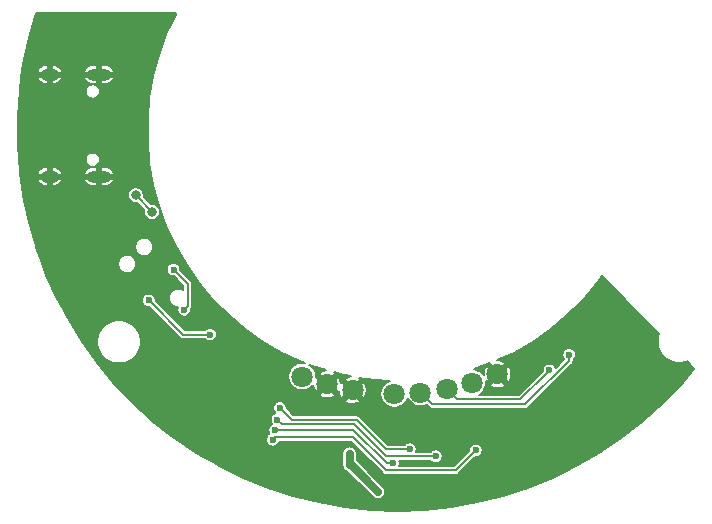
<source format=gtl>
G04 #@! TF.GenerationSoftware,KiCad,Pcbnew,5.1.5+dfsg1-2build2*
G04 #@! TF.CreationDate,2020-08-20T20:04:08+02:00*
G04 #@! TF.ProjectId,lensmount-v1,6c656e73-6d6f-4756-9e74-2d76312e6b69,rev?*
G04 #@! TF.SameCoordinates,Original*
G04 #@! TF.FileFunction,Copper,L1,Top*
G04 #@! TF.FilePolarity,Positive*
%FSLAX46Y46*%
G04 Gerber Fmt 4.6, Leading zero omitted, Abs format (unit mm)*
G04 Created by KiCad (PCBNEW 5.1.5+dfsg1-2build2) date 2020-08-20 20:04:08*
%MOMM*%
%LPD*%
G04 APERTURE LIST*
%ADD10O,2.100000X1.000000*%
%ADD11O,1.600000X1.000000*%
%ADD12C,1.800000*%
%ADD13C,0.600000*%
%ADD14C,0.800000*%
%ADD15C,0.700000*%
%ADD16C,0.200000*%
%ADD17C,0.154000*%
G04 APERTURE END LIST*
D10*
X74685000Y-103920000D03*
X74685000Y-95280000D03*
D11*
X70505000Y-103920000D03*
X70505000Y-95280000D03*
D12*
X101900000Y-122200000D03*
X104125000Y-121875000D03*
X99700000Y-122325000D03*
X106275000Y-121400000D03*
X96175000Y-122000000D03*
X108425000Y-120650000D03*
X94000000Y-121500000D03*
X91900000Y-120850000D03*
D13*
X95900000Y-127400000D03*
X95900000Y-128300000D03*
X97700000Y-130000000D03*
X98300000Y-130600000D03*
X72500000Y-110000000D03*
X72500000Y-111000000D03*
X72500000Y-112000000D03*
X75750000Y-110250000D03*
X75750000Y-114000000D03*
X76500000Y-114750000D03*
X78000000Y-110750000D03*
X78500000Y-108500000D03*
X77750000Y-99000000D03*
X71250000Y-107750000D03*
X70000000Y-109500000D03*
X77750000Y-116250000D03*
X78500000Y-117250000D03*
X80000000Y-116500000D03*
X81250000Y-115750000D03*
X81000000Y-117750000D03*
X80000000Y-119000000D03*
X77250000Y-120000000D03*
X74500000Y-116500000D03*
X83000000Y-124250000D03*
X81250000Y-124250000D03*
X84750000Y-121750000D03*
X86000000Y-119250000D03*
X87250000Y-121750000D03*
X88750000Y-121250000D03*
X90000000Y-122500000D03*
X86250000Y-124250000D03*
X87500000Y-125250000D03*
X88500000Y-126750000D03*
X87500000Y-128000000D03*
X84750000Y-126500000D03*
X90000000Y-128750000D03*
X92000000Y-126750000D03*
X95000000Y-126750000D03*
X95000000Y-128750000D03*
X92750000Y-128750000D03*
X97000000Y-130750000D03*
X94250000Y-131000000D03*
X98250000Y-129250000D03*
X100000000Y-130750000D03*
X99750000Y-129500000D03*
X101750000Y-130750000D03*
X105000000Y-130000000D03*
X107000000Y-128250000D03*
X109500000Y-129250000D03*
X110750000Y-125750000D03*
X113000000Y-127750000D03*
X115250000Y-126500000D03*
X115250000Y-123500000D03*
X111000000Y-121000000D03*
X113250000Y-122250000D03*
X114250000Y-121250000D03*
X115250000Y-120000000D03*
X117500000Y-125750000D03*
X117500000Y-121250000D03*
X117500000Y-118250000D03*
X101000000Y-127000000D03*
X90000000Y-123500000D03*
X84100000Y-117300000D03*
X78900000Y-114400000D03*
X114500000Y-119000000D03*
X112825728Y-120325728D03*
D14*
X79176849Y-106923151D03*
X77800000Y-105500000D03*
D13*
X81000000Y-111800000D03*
X81900000Y-115200000D03*
X103200000Y-127600000D03*
X89800000Y-124500000D03*
X99600000Y-128200000D03*
X89600000Y-125400000D03*
X106600000Y-127100000D03*
X89400000Y-126200000D03*
D15*
X96000000Y-128300000D02*
X97700000Y-130000000D01*
X95900000Y-128300000D02*
X96000000Y-128300000D01*
X98300000Y-130600000D02*
X97700000Y-130000000D01*
X95900000Y-128200000D02*
X98300000Y-130600000D01*
X95900000Y-127400000D02*
X95900000Y-128200000D01*
D16*
X101000000Y-127000000D02*
X99000000Y-127000000D01*
X99000000Y-127000000D02*
X96500000Y-124500000D01*
X96500000Y-124500000D02*
X91000000Y-124500000D01*
X91000000Y-124500000D02*
X90000000Y-123500000D01*
X81800000Y-117300000D02*
X78900000Y-114400000D01*
X84100000Y-117300000D02*
X81800000Y-117300000D01*
X102900000Y-123200000D02*
X101900000Y-122200000D01*
X110800000Y-123200000D02*
X102900000Y-123200000D01*
X114500000Y-119500000D02*
X110800000Y-123200000D01*
X114500000Y-119000000D02*
X114500000Y-119500000D01*
X110376457Y-122774999D02*
X112525729Y-120625727D01*
X104125000Y-121875000D02*
X105024999Y-122774999D01*
X112525729Y-120625727D02*
X112825728Y-120325728D01*
X105024999Y-122774999D02*
X110376457Y-122774999D01*
X79176849Y-106876849D02*
X77800000Y-105500000D01*
X79176849Y-106923151D02*
X79176849Y-106876849D01*
X82199999Y-114900001D02*
X81900000Y-115200000D01*
X82199999Y-112999999D02*
X82199999Y-114900001D01*
X81000000Y-111800000D02*
X82199999Y-112999999D01*
X96300000Y-124900000D02*
X90200000Y-124900000D01*
X99000000Y-127600000D02*
X96300000Y-124900000D01*
X90200000Y-124900000D02*
X89800000Y-124500000D01*
X103200000Y-127600000D02*
X99000000Y-127600000D01*
X99034300Y-128200000D02*
X96234300Y-125400000D01*
X99600000Y-128200000D02*
X99034300Y-128200000D01*
X96234300Y-125400000D02*
X90024264Y-125400000D01*
X90024264Y-125400000D02*
X89600000Y-125400000D01*
X89600000Y-126000000D02*
X89400000Y-126200000D01*
X96200000Y-126000000D02*
X89600000Y-126000000D01*
X99000000Y-128800000D02*
X96200000Y-126000000D01*
X104900000Y-128800000D02*
X99000000Y-128800000D01*
X106600000Y-127100000D02*
X104900000Y-128800000D01*
D17*
G36*
X81175856Y-90200771D02*
G01*
X80393429Y-91878692D01*
X79760219Y-93618422D01*
X79281046Y-95406719D01*
X78959557Y-97229973D01*
X78798199Y-99074309D01*
X78798199Y-100925691D01*
X78959557Y-102770027D01*
X79281046Y-104593281D01*
X79760219Y-106381578D01*
X80393429Y-108121308D01*
X81175856Y-109799229D01*
X82101547Y-111402572D01*
X83163455Y-112919135D01*
X84353500Y-114337375D01*
X85662625Y-115646500D01*
X87080865Y-116836545D01*
X88597428Y-117898453D01*
X90200771Y-118824144D01*
X91878692Y-119606571D01*
X92115770Y-119692860D01*
X92015924Y-119673000D01*
X91784076Y-119673000D01*
X91556682Y-119718231D01*
X91342481Y-119806956D01*
X91149706Y-119935764D01*
X90985764Y-120099706D01*
X90856956Y-120292481D01*
X90768231Y-120506682D01*
X90723000Y-120734076D01*
X90723000Y-120965924D01*
X90768231Y-121193318D01*
X90856956Y-121407519D01*
X90985764Y-121600294D01*
X91149706Y-121764236D01*
X91342481Y-121893044D01*
X91556682Y-121981769D01*
X91784076Y-122027000D01*
X92015924Y-122027000D01*
X92243318Y-121981769D01*
X92457519Y-121893044D01*
X92650294Y-121764236D01*
X92814236Y-121600294D01*
X92823753Y-121586052D01*
X92824135Y-121626934D01*
X92871492Y-121853895D01*
X92951784Y-122047734D01*
X93099908Y-122155434D01*
X93755341Y-121500000D01*
X94244659Y-121500000D01*
X94900092Y-122155434D01*
X94998731Y-122083714D01*
X94999135Y-122126934D01*
X95046492Y-122353895D01*
X95126784Y-122547734D01*
X95274908Y-122655434D01*
X95930341Y-122000000D01*
X96419659Y-122000000D01*
X97075092Y-122655434D01*
X97223216Y-122547734D01*
X97309933Y-122332713D01*
X97353034Y-122104905D01*
X97350865Y-121873066D01*
X97303508Y-121646105D01*
X97223216Y-121452266D01*
X97075092Y-121344566D01*
X96419659Y-122000000D01*
X95930341Y-122000000D01*
X95274908Y-121344566D01*
X95176269Y-121416286D01*
X95175865Y-121373066D01*
X95128508Y-121146105D01*
X95048216Y-120952266D01*
X94900092Y-120844566D01*
X94244659Y-121500000D01*
X93755341Y-121500000D01*
X93099908Y-120844566D01*
X93077000Y-120861222D01*
X93077000Y-120734076D01*
X93031769Y-120506682D01*
X92943044Y-120292481D01*
X92814236Y-120099706D01*
X92650294Y-119935764D01*
X92491347Y-119829559D01*
X93618422Y-120239781D01*
X93931205Y-120323591D01*
X93873066Y-120324135D01*
X93646105Y-120371492D01*
X93452266Y-120451784D01*
X93344566Y-120599908D01*
X94000000Y-121255341D01*
X94655434Y-120599908D01*
X94581151Y-120497744D01*
X95406719Y-120718954D01*
X96027531Y-120828420D01*
X95821105Y-120871492D01*
X95627266Y-120951784D01*
X95519566Y-121099908D01*
X96175000Y-121755341D01*
X96830434Y-121099908D01*
X96722734Y-120951784D01*
X96719293Y-120950396D01*
X97229973Y-121040443D01*
X99074309Y-121201801D01*
X99335992Y-121201801D01*
X99142481Y-121281956D01*
X98949706Y-121410764D01*
X98785764Y-121574706D01*
X98656956Y-121767481D01*
X98568231Y-121981682D01*
X98523000Y-122209076D01*
X98523000Y-122440924D01*
X98568231Y-122668318D01*
X98656956Y-122882519D01*
X98785764Y-123075294D01*
X98949706Y-123239236D01*
X99142481Y-123368044D01*
X99356682Y-123456769D01*
X99584076Y-123502000D01*
X99815924Y-123502000D01*
X100043318Y-123456769D01*
X100257519Y-123368044D01*
X100450294Y-123239236D01*
X100614236Y-123075294D01*
X100743044Y-122882519D01*
X100825888Y-122682515D01*
X100856956Y-122757519D01*
X100985764Y-122950294D01*
X101149706Y-123114236D01*
X101342481Y-123243044D01*
X101556682Y-123331769D01*
X101784076Y-123377000D01*
X102015924Y-123377000D01*
X102243318Y-123331769D01*
X102423837Y-123256996D01*
X102620328Y-123453487D01*
X102632131Y-123467869D01*
X102646513Y-123479672D01*
X102646515Y-123479674D01*
X102689537Y-123514981D01*
X102755030Y-123549988D01*
X102826094Y-123571545D01*
X102900000Y-123578824D01*
X102918519Y-123577000D01*
X110781488Y-123577000D01*
X110800000Y-123578823D01*
X110818512Y-123577000D01*
X110818519Y-123577000D01*
X110873905Y-123571545D01*
X110944970Y-123549988D01*
X111010463Y-123514981D01*
X111067869Y-123467869D01*
X111079677Y-123453481D01*
X114753487Y-119779672D01*
X114767869Y-119767869D01*
X114782610Y-119749908D01*
X114814980Y-119710464D01*
X114827913Y-119686270D01*
X114849988Y-119644970D01*
X114871545Y-119573905D01*
X114877000Y-119518519D01*
X114877000Y-119518510D01*
X114878823Y-119500001D01*
X114877000Y-119481492D01*
X114877000Y-119439001D01*
X114948185Y-119367816D01*
X115011331Y-119273312D01*
X115054826Y-119168305D01*
X115077000Y-119056830D01*
X115077000Y-118943170D01*
X115054826Y-118831695D01*
X115011331Y-118726688D01*
X114948185Y-118632184D01*
X114867816Y-118551815D01*
X114773312Y-118488669D01*
X114668305Y-118445174D01*
X114556830Y-118423000D01*
X114443170Y-118423000D01*
X114331695Y-118445174D01*
X114226688Y-118488669D01*
X114132184Y-118551815D01*
X114051815Y-118632184D01*
X113988669Y-118726688D01*
X113945174Y-118831695D01*
X113923000Y-118943170D01*
X113923000Y-119056830D01*
X113945174Y-119168305D01*
X113988669Y-119273312D01*
X114051815Y-119367816D01*
X114075420Y-119391421D01*
X113359719Y-120107122D01*
X113337059Y-120052416D01*
X113273913Y-119957912D01*
X113193544Y-119877543D01*
X113099040Y-119814397D01*
X112994033Y-119770902D01*
X112882558Y-119748728D01*
X112768898Y-119748728D01*
X112657423Y-119770902D01*
X112552416Y-119814397D01*
X112457912Y-119877543D01*
X112377543Y-119957912D01*
X112314397Y-120052416D01*
X112270902Y-120157423D01*
X112248728Y-120268898D01*
X112248728Y-120369569D01*
X110220299Y-122397999D01*
X106899934Y-122397999D01*
X107025294Y-122314236D01*
X107189236Y-122150294D01*
X107318044Y-121957519D01*
X107406769Y-121743318D01*
X107445203Y-121550092D01*
X107769566Y-121550092D01*
X107877266Y-121698216D01*
X108092287Y-121784933D01*
X108320095Y-121828034D01*
X108551934Y-121825865D01*
X108778895Y-121778508D01*
X108972734Y-121698216D01*
X109080434Y-121550092D01*
X108425000Y-120894659D01*
X107769566Y-121550092D01*
X107445203Y-121550092D01*
X107452000Y-121515924D01*
X107452000Y-121284076D01*
X107444639Y-121247071D01*
X107524908Y-121305434D01*
X108180341Y-120650000D01*
X108669659Y-120650000D01*
X109325092Y-121305434D01*
X109473216Y-121197734D01*
X109559933Y-120982713D01*
X109603034Y-120754905D01*
X109600865Y-120523066D01*
X109553508Y-120296105D01*
X109473216Y-120102266D01*
X109325092Y-119994566D01*
X108669659Y-120650000D01*
X108180341Y-120650000D01*
X107524908Y-119994566D01*
X107376784Y-120102266D01*
X107290067Y-120317287D01*
X107246966Y-120545095D01*
X107248778Y-120738818D01*
X107189236Y-120649706D01*
X107025294Y-120485764D01*
X106832519Y-120356956D01*
X106618318Y-120268231D01*
X106414693Y-120227728D01*
X107784707Y-119729084D01*
X107769566Y-119749908D01*
X108425000Y-120405341D01*
X109080434Y-119749908D01*
X108972734Y-119601784D01*
X108757713Y-119515067D01*
X108529905Y-119471966D01*
X108407514Y-119473111D01*
X109799229Y-118824144D01*
X111402572Y-117898453D01*
X112919135Y-116836545D01*
X114337375Y-115646500D01*
X115646500Y-114337375D01*
X116836545Y-112919135D01*
X117237548Y-112346442D01*
X122102115Y-117211009D01*
X122059297Y-117314380D01*
X121988730Y-117669143D01*
X121988730Y-118030857D01*
X122059297Y-118385620D01*
X122197719Y-118719800D01*
X122398676Y-119020554D01*
X122654446Y-119276324D01*
X122955200Y-119477281D01*
X123289380Y-119615703D01*
X123644143Y-119686270D01*
X124005857Y-119686270D01*
X124360620Y-119615703D01*
X124463991Y-119572885D01*
X125072064Y-120180958D01*
X123927777Y-121544667D01*
X122366610Y-123161303D01*
X120696475Y-124665099D01*
X118925510Y-126048729D01*
X117062340Y-127305453D01*
X115116045Y-128429147D01*
X113096106Y-129414337D01*
X111012365Y-130256223D01*
X108874972Y-130950704D01*
X106694341Y-131494396D01*
X104481096Y-131884651D01*
X102246019Y-132119567D01*
X100000000Y-132198000D01*
X97753981Y-132119567D01*
X95518904Y-131884651D01*
X93305659Y-131494396D01*
X91125028Y-130950704D01*
X88987635Y-130256223D01*
X86903894Y-129414337D01*
X84883955Y-128429147D01*
X84487061Y-128200000D01*
X95269967Y-128200000D01*
X95273000Y-128230794D01*
X95274892Y-128250000D01*
X95269967Y-128300000D01*
X95282073Y-128422913D01*
X95317925Y-128541103D01*
X95376147Y-128650028D01*
X95454499Y-128745501D01*
X95549972Y-128823853D01*
X95658897Y-128882075D01*
X95711242Y-128897954D01*
X97278418Y-130465130D01*
X97278423Y-130465134D01*
X97878418Y-131065130D01*
X97910672Y-131091599D01*
X97949972Y-131123853D01*
X98058896Y-131182075D01*
X98177087Y-131217927D01*
X98299999Y-131230033D01*
X98300000Y-131230033D01*
X98422913Y-131217927D01*
X98541103Y-131182075D01*
X98650028Y-131123853D01*
X98745500Y-131045500D01*
X98823853Y-130950028D01*
X98882075Y-130841103D01*
X98917927Y-130722913D01*
X98930033Y-130600000D01*
X98928268Y-130582074D01*
X98917927Y-130477087D01*
X98908345Y-130445500D01*
X98882075Y-130358896D01*
X98823853Y-130249972D01*
X98791599Y-130210672D01*
X98765130Y-130178418D01*
X98165134Y-129578423D01*
X98165130Y-129578418D01*
X96527000Y-127940289D01*
X96527000Y-127369206D01*
X96517927Y-127277087D01*
X96482075Y-127158897D01*
X96423853Y-127049972D01*
X96345501Y-126954499D01*
X96250027Y-126876147D01*
X96141102Y-126817925D01*
X96022912Y-126782073D01*
X95900000Y-126769967D01*
X95777087Y-126782073D01*
X95658897Y-126817925D01*
X95549972Y-126876147D01*
X95454499Y-126954499D01*
X95376147Y-127049973D01*
X95317925Y-127158898D01*
X95282073Y-127277088D01*
X95273000Y-127369207D01*
X95273000Y-128169206D01*
X95269967Y-128200000D01*
X84487061Y-128200000D01*
X82937660Y-127305453D01*
X81214505Y-126143170D01*
X88823000Y-126143170D01*
X88823000Y-126256830D01*
X88845174Y-126368305D01*
X88888669Y-126473312D01*
X88951815Y-126567816D01*
X89032184Y-126648185D01*
X89126688Y-126711331D01*
X89231695Y-126754826D01*
X89343170Y-126777000D01*
X89456830Y-126777000D01*
X89568305Y-126754826D01*
X89673312Y-126711331D01*
X89767816Y-126648185D01*
X89848185Y-126567816D01*
X89911331Y-126473312D01*
X89951224Y-126377000D01*
X96043842Y-126377000D01*
X98720328Y-129053487D01*
X98732131Y-129067869D01*
X98789537Y-129114981D01*
X98855030Y-129149988D01*
X98926094Y-129171545D01*
X98933054Y-129172230D01*
X98981481Y-129177000D01*
X98981488Y-129177000D01*
X99000000Y-129178823D01*
X99018512Y-129177000D01*
X104881488Y-129177000D01*
X104900000Y-129178823D01*
X104918512Y-129177000D01*
X104918519Y-129177000D01*
X104973905Y-129171545D01*
X105044970Y-129149988D01*
X105110463Y-129114981D01*
X105167869Y-129067869D01*
X105179677Y-129053481D01*
X106556159Y-127677000D01*
X106656830Y-127677000D01*
X106768305Y-127654826D01*
X106873312Y-127611331D01*
X106967816Y-127548185D01*
X107048185Y-127467816D01*
X107111331Y-127373312D01*
X107154826Y-127268305D01*
X107177000Y-127156830D01*
X107177000Y-127043170D01*
X107154826Y-126931695D01*
X107111331Y-126826688D01*
X107048185Y-126732184D01*
X106967816Y-126651815D01*
X106873312Y-126588669D01*
X106768305Y-126545174D01*
X106656830Y-126523000D01*
X106543170Y-126523000D01*
X106431695Y-126545174D01*
X106326688Y-126588669D01*
X106232184Y-126651815D01*
X106151815Y-126732184D01*
X106088669Y-126826688D01*
X106045174Y-126931695D01*
X106023000Y-127043170D01*
X106023000Y-127143841D01*
X104743842Y-128423000D01*
X100132171Y-128423000D01*
X100154826Y-128368305D01*
X100177000Y-128256830D01*
X100177000Y-128143170D01*
X100154826Y-128031695D01*
X100132171Y-127977000D01*
X102760999Y-127977000D01*
X102832184Y-128048185D01*
X102926688Y-128111331D01*
X103031695Y-128154826D01*
X103143170Y-128177000D01*
X103256830Y-128177000D01*
X103368305Y-128154826D01*
X103473312Y-128111331D01*
X103567816Y-128048185D01*
X103648185Y-127967816D01*
X103711331Y-127873312D01*
X103754826Y-127768305D01*
X103777000Y-127656830D01*
X103777000Y-127543170D01*
X103754826Y-127431695D01*
X103711331Y-127326688D01*
X103648185Y-127232184D01*
X103567816Y-127151815D01*
X103473312Y-127088669D01*
X103368305Y-127045174D01*
X103256830Y-127023000D01*
X103143170Y-127023000D01*
X103031695Y-127045174D01*
X102926688Y-127088669D01*
X102832184Y-127151815D01*
X102760999Y-127223000D01*
X101532171Y-127223000D01*
X101554826Y-127168305D01*
X101577000Y-127056830D01*
X101577000Y-126943170D01*
X101554826Y-126831695D01*
X101511331Y-126726688D01*
X101448185Y-126632184D01*
X101367816Y-126551815D01*
X101273312Y-126488669D01*
X101168305Y-126445174D01*
X101056830Y-126423000D01*
X100943170Y-126423000D01*
X100831695Y-126445174D01*
X100726688Y-126488669D01*
X100632184Y-126551815D01*
X100560999Y-126623000D01*
X99156159Y-126623000D01*
X96779677Y-124246519D01*
X96767869Y-124232131D01*
X96710463Y-124185019D01*
X96644970Y-124150012D01*
X96573905Y-124128455D01*
X96518519Y-124123000D01*
X96518512Y-124123000D01*
X96500000Y-124121177D01*
X96481488Y-124123000D01*
X91156159Y-124123000D01*
X90577000Y-123543842D01*
X90577000Y-123443170D01*
X90554826Y-123331695D01*
X90511331Y-123226688D01*
X90448185Y-123132184D01*
X90367816Y-123051815D01*
X90273312Y-122988669D01*
X90168305Y-122945174D01*
X90056830Y-122923000D01*
X89943170Y-122923000D01*
X89831695Y-122945174D01*
X89726688Y-122988669D01*
X89632184Y-123051815D01*
X89551815Y-123132184D01*
X89488669Y-123226688D01*
X89445174Y-123331695D01*
X89423000Y-123443170D01*
X89423000Y-123556830D01*
X89445174Y-123668305D01*
X89488669Y-123773312D01*
X89551815Y-123867816D01*
X89629912Y-123945913D01*
X89526688Y-123988669D01*
X89432184Y-124051815D01*
X89351815Y-124132184D01*
X89288669Y-124226688D01*
X89245174Y-124331695D01*
X89223000Y-124443170D01*
X89223000Y-124556830D01*
X89245174Y-124668305D01*
X89288669Y-124773312D01*
X89351815Y-124867816D01*
X89359201Y-124875202D01*
X89326688Y-124888669D01*
X89232184Y-124951815D01*
X89151815Y-125032184D01*
X89088669Y-125126688D01*
X89045174Y-125231695D01*
X89023000Y-125343170D01*
X89023000Y-125456830D01*
X89045174Y-125568305D01*
X89088669Y-125673312D01*
X89107498Y-125701491D01*
X89032184Y-125751815D01*
X88951815Y-125832184D01*
X88888669Y-125926688D01*
X88845174Y-126031695D01*
X88823000Y-126143170D01*
X81214505Y-126143170D01*
X81074490Y-126048729D01*
X79303525Y-124665099D01*
X77633390Y-123161303D01*
X77381142Y-122900092D01*
X95519566Y-122900092D01*
X95627266Y-123048216D01*
X95842287Y-123134933D01*
X96070095Y-123178034D01*
X96301934Y-123175865D01*
X96528895Y-123128508D01*
X96722734Y-123048216D01*
X96830434Y-122900092D01*
X96175000Y-122244659D01*
X95519566Y-122900092D01*
X77381142Y-122900092D01*
X76898298Y-122400092D01*
X93344566Y-122400092D01*
X93452266Y-122548216D01*
X93667287Y-122634933D01*
X93895095Y-122678034D01*
X94126934Y-122675865D01*
X94353895Y-122628508D01*
X94547734Y-122548216D01*
X94655434Y-122400092D01*
X94000000Y-121744659D01*
X93344566Y-122400092D01*
X76898298Y-122400092D01*
X76072223Y-121544667D01*
X74627630Y-119823068D01*
X73306648Y-118004893D01*
X73128092Y-117719143D01*
X74563730Y-117719143D01*
X74563730Y-118080857D01*
X74634297Y-118435620D01*
X74772719Y-118769800D01*
X74973676Y-119070554D01*
X75229446Y-119326324D01*
X75530200Y-119527281D01*
X75864380Y-119665703D01*
X76219143Y-119736270D01*
X76580857Y-119736270D01*
X76935620Y-119665703D01*
X77269800Y-119527281D01*
X77570554Y-119326324D01*
X77826324Y-119070554D01*
X78027281Y-118769800D01*
X78165703Y-118435620D01*
X78236270Y-118080857D01*
X78236270Y-117719143D01*
X78165703Y-117364380D01*
X78027281Y-117030200D01*
X77826324Y-116729446D01*
X77570554Y-116473676D01*
X77269800Y-116272719D01*
X76935620Y-116134297D01*
X76580857Y-116063730D01*
X76219143Y-116063730D01*
X75864380Y-116134297D01*
X75530200Y-116272719D01*
X75229446Y-116473676D01*
X74973676Y-116729446D01*
X74772719Y-117030200D01*
X74634297Y-117364380D01*
X74563730Y-117719143D01*
X73128092Y-117719143D01*
X72115714Y-116099000D01*
X71182123Y-114343170D01*
X78323000Y-114343170D01*
X78323000Y-114456830D01*
X78345174Y-114568305D01*
X78388669Y-114673312D01*
X78451815Y-114767816D01*
X78532184Y-114848185D01*
X78626688Y-114911331D01*
X78731695Y-114954826D01*
X78843170Y-114977000D01*
X78943842Y-114977000D01*
X81520323Y-117553481D01*
X81532131Y-117567869D01*
X81589537Y-117614981D01*
X81655030Y-117649988D01*
X81726095Y-117671545D01*
X81781481Y-117677000D01*
X81781490Y-117677000D01*
X81799999Y-117678823D01*
X81818508Y-117677000D01*
X83660999Y-117677000D01*
X83732184Y-117748185D01*
X83826688Y-117811331D01*
X83931695Y-117854826D01*
X84043170Y-117877000D01*
X84156830Y-117877000D01*
X84268305Y-117854826D01*
X84373312Y-117811331D01*
X84467816Y-117748185D01*
X84548185Y-117667816D01*
X84611331Y-117573312D01*
X84654826Y-117468305D01*
X84677000Y-117356830D01*
X84677000Y-117243170D01*
X84654826Y-117131695D01*
X84611331Y-117026688D01*
X84548185Y-116932184D01*
X84467816Y-116851815D01*
X84373312Y-116788669D01*
X84268305Y-116745174D01*
X84156830Y-116723000D01*
X84043170Y-116723000D01*
X83931695Y-116745174D01*
X83826688Y-116788669D01*
X83732184Y-116851815D01*
X83660999Y-116923000D01*
X81956158Y-116923000D01*
X79477000Y-114443842D01*
X79477000Y-114343170D01*
X79454826Y-114231695D01*
X79411331Y-114126688D01*
X79348185Y-114032184D01*
X79267816Y-113951815D01*
X79173312Y-113888669D01*
X79068305Y-113845174D01*
X78956830Y-113823000D01*
X78843170Y-113823000D01*
X78731695Y-113845174D01*
X78626688Y-113888669D01*
X78532184Y-113951815D01*
X78451815Y-114032184D01*
X78388669Y-114126688D01*
X78345174Y-114231695D01*
X78323000Y-114343170D01*
X71182123Y-114343170D01*
X71060629Y-114114674D01*
X70146534Y-112061583D01*
X69849888Y-111246554D01*
X76315768Y-111246554D01*
X76315768Y-111398184D01*
X76345349Y-111546900D01*
X76403375Y-111686987D01*
X76487616Y-111813063D01*
X76594834Y-111920281D01*
X76720910Y-112004522D01*
X76860997Y-112062548D01*
X77009713Y-112092129D01*
X77161343Y-112092129D01*
X77310059Y-112062548D01*
X77450146Y-112004522D01*
X77576222Y-111920281D01*
X77683440Y-111813063D01*
X77730140Y-111743170D01*
X80423000Y-111743170D01*
X80423000Y-111856830D01*
X80445174Y-111968305D01*
X80488669Y-112073312D01*
X80551815Y-112167816D01*
X80632184Y-112248185D01*
X80726688Y-112311331D01*
X80831695Y-112354826D01*
X80943170Y-112377000D01*
X81043842Y-112377000D01*
X81822999Y-113156158D01*
X81822999Y-113554019D01*
X81761271Y-113512773D01*
X81620952Y-113454651D01*
X81471991Y-113425021D01*
X81320111Y-113425021D01*
X81171150Y-113454651D01*
X81030831Y-113512773D01*
X80904548Y-113597153D01*
X80797153Y-113704548D01*
X80712773Y-113830831D01*
X80654651Y-113971150D01*
X80625021Y-114120111D01*
X80625021Y-114271991D01*
X80654651Y-114420952D01*
X80712773Y-114561271D01*
X80797153Y-114687554D01*
X80904548Y-114794949D01*
X81030831Y-114879329D01*
X81171150Y-114937451D01*
X81320111Y-114967081D01*
X81371938Y-114967081D01*
X81345174Y-115031695D01*
X81323000Y-115143170D01*
X81323000Y-115256830D01*
X81345174Y-115368305D01*
X81388669Y-115473312D01*
X81451815Y-115567816D01*
X81532184Y-115648185D01*
X81626688Y-115711331D01*
X81731695Y-115754826D01*
X81843170Y-115777000D01*
X81956830Y-115777000D01*
X82068305Y-115754826D01*
X82173312Y-115711331D01*
X82267816Y-115648185D01*
X82348185Y-115567816D01*
X82411331Y-115473312D01*
X82454826Y-115368305D01*
X82477000Y-115256830D01*
X82477000Y-115156743D01*
X82514980Y-115110464D01*
X82549987Y-115044971D01*
X82554014Y-115031695D01*
X82571544Y-114973907D01*
X82578823Y-114900001D01*
X82576999Y-114881482D01*
X82576999Y-113018518D01*
X82578823Y-112999999D01*
X82571544Y-112926093D01*
X82549987Y-112855029D01*
X82514980Y-112789536D01*
X82467868Y-112732130D01*
X82453487Y-112720328D01*
X81577000Y-111843842D01*
X81577000Y-111743170D01*
X81554826Y-111631695D01*
X81511331Y-111526688D01*
X81448185Y-111432184D01*
X81367816Y-111351815D01*
X81273312Y-111288669D01*
X81168305Y-111245174D01*
X81056830Y-111223000D01*
X80943170Y-111223000D01*
X80831695Y-111245174D01*
X80726688Y-111288669D01*
X80632184Y-111351815D01*
X80551815Y-111432184D01*
X80488669Y-111526688D01*
X80445174Y-111631695D01*
X80423000Y-111743170D01*
X77730140Y-111743170D01*
X77767681Y-111686987D01*
X77825707Y-111546900D01*
X77855288Y-111398184D01*
X77855288Y-111246554D01*
X77825707Y-111097838D01*
X77767681Y-110957751D01*
X77683440Y-110831675D01*
X77576222Y-110724457D01*
X77450146Y-110640216D01*
X77310059Y-110582190D01*
X77161343Y-110552609D01*
X77009713Y-110552609D01*
X76860997Y-110582190D01*
X76720910Y-110640216D01*
X76594834Y-110724457D01*
X76487616Y-110831675D01*
X76403375Y-110957751D01*
X76345349Y-111097838D01*
X76315768Y-111246554D01*
X69849888Y-111246554D01*
X69377882Y-109949729D01*
X69337734Y-109809713D01*
X77752609Y-109809713D01*
X77752609Y-109961343D01*
X77782190Y-110110059D01*
X77840216Y-110250146D01*
X77924457Y-110376222D01*
X78031675Y-110483440D01*
X78157751Y-110567681D01*
X78297838Y-110625707D01*
X78446554Y-110655288D01*
X78598184Y-110655288D01*
X78746900Y-110625707D01*
X78886987Y-110567681D01*
X79013063Y-110483440D01*
X79120281Y-110376222D01*
X79204522Y-110250146D01*
X79262548Y-110110059D01*
X79292129Y-109961343D01*
X79292129Y-109809713D01*
X79262548Y-109660997D01*
X79204522Y-109520910D01*
X79120281Y-109394834D01*
X79013063Y-109287616D01*
X78886987Y-109203375D01*
X78746900Y-109145349D01*
X78598184Y-109115768D01*
X78446554Y-109115768D01*
X78297838Y-109145349D01*
X78157751Y-109203375D01*
X78031675Y-109287616D01*
X77924457Y-109394834D01*
X77840216Y-109520910D01*
X77782190Y-109660997D01*
X77752609Y-109809713D01*
X69337734Y-109809713D01*
X68758418Y-107789401D01*
X68291160Y-105591124D01*
X68268983Y-105433321D01*
X77123000Y-105433321D01*
X77123000Y-105566679D01*
X77149016Y-105697474D01*
X77200050Y-105820680D01*
X77274140Y-105931563D01*
X77368437Y-106025860D01*
X77479320Y-106099950D01*
X77602526Y-106150984D01*
X77733321Y-106177000D01*
X77866679Y-106177000D01*
X77931040Y-106164198D01*
X78520333Y-106753491D01*
X78499849Y-106856472D01*
X78499849Y-106989830D01*
X78525865Y-107120625D01*
X78576899Y-107243831D01*
X78650989Y-107354714D01*
X78745286Y-107449011D01*
X78856169Y-107523101D01*
X78979375Y-107574135D01*
X79110170Y-107600151D01*
X79243528Y-107600151D01*
X79374323Y-107574135D01*
X79497529Y-107523101D01*
X79608412Y-107449011D01*
X79702709Y-107354714D01*
X79776799Y-107243831D01*
X79827833Y-107120625D01*
X79853849Y-106989830D01*
X79853849Y-106856472D01*
X79827833Y-106725677D01*
X79776799Y-106602471D01*
X79702709Y-106491588D01*
X79608412Y-106397291D01*
X79497529Y-106323201D01*
X79374323Y-106272167D01*
X79243528Y-106246151D01*
X79110170Y-106246151D01*
X79084430Y-106251271D01*
X78464198Y-105631040D01*
X78477000Y-105566679D01*
X78477000Y-105433321D01*
X78450984Y-105302526D01*
X78399950Y-105179320D01*
X78325860Y-105068437D01*
X78231563Y-104974140D01*
X78120680Y-104900050D01*
X77997474Y-104849016D01*
X77866679Y-104823000D01*
X77733321Y-104823000D01*
X77602526Y-104849016D01*
X77479320Y-104900050D01*
X77368437Y-104974140D01*
X77274140Y-105068437D01*
X77200050Y-105179320D01*
X77149016Y-105302526D01*
X77123000Y-105433321D01*
X68268983Y-105433321D01*
X68096968Y-104209369D01*
X69483893Y-104209369D01*
X69539825Y-104366495D01*
X69639713Y-104487685D01*
X69761325Y-104587059D01*
X69899987Y-104660798D01*
X70050370Y-104706069D01*
X70206696Y-104721132D01*
X70332000Y-104641753D01*
X70332000Y-104093000D01*
X70678000Y-104093000D01*
X70678000Y-104641753D01*
X70803304Y-104721132D01*
X70959630Y-104706069D01*
X71110013Y-104660798D01*
X71248675Y-104587059D01*
X71370287Y-104487685D01*
X71470175Y-104366495D01*
X71526107Y-104209369D01*
X73413893Y-104209369D01*
X73463249Y-104347093D01*
X73559478Y-104469939D01*
X73677824Y-104571651D01*
X73813739Y-104648320D01*
X73962000Y-104697000D01*
X74512000Y-104697000D01*
X74512000Y-104093000D01*
X74858000Y-104093000D01*
X74858000Y-104697000D01*
X75408000Y-104697000D01*
X75556261Y-104648320D01*
X75692176Y-104571651D01*
X75810522Y-104469939D01*
X75906751Y-104347093D01*
X75956107Y-104209369D01*
X75921281Y-104093000D01*
X74858000Y-104093000D01*
X74512000Y-104093000D01*
X73448719Y-104093000D01*
X73413893Y-104209369D01*
X71526107Y-104209369D01*
X71491281Y-104093000D01*
X70678000Y-104093000D01*
X70332000Y-104093000D01*
X69518719Y-104093000D01*
X69483893Y-104209369D01*
X68096968Y-104209369D01*
X68015632Y-103630631D01*
X69483893Y-103630631D01*
X69518719Y-103747000D01*
X70332000Y-103747000D01*
X70332000Y-103198247D01*
X70678000Y-103198247D01*
X70678000Y-103747000D01*
X71491281Y-103747000D01*
X71526107Y-103630631D01*
X73413893Y-103630631D01*
X73448719Y-103747000D01*
X74512000Y-103747000D01*
X74512000Y-103143000D01*
X74858000Y-103143000D01*
X74858000Y-103747000D01*
X75921281Y-103747000D01*
X75956107Y-103630631D01*
X75906751Y-103492907D01*
X75810522Y-103370061D01*
X75692176Y-103268349D01*
X75556261Y-103191680D01*
X75408000Y-103143000D01*
X74858000Y-103143000D01*
X74512000Y-103143000D01*
X73962000Y-103143000D01*
X73813739Y-103191680D01*
X73677824Y-103268349D01*
X73559478Y-103370061D01*
X73463249Y-103492907D01*
X73413893Y-103630631D01*
X71526107Y-103630631D01*
X71470175Y-103473505D01*
X71370287Y-103352315D01*
X71248675Y-103252941D01*
X71110013Y-103179202D01*
X70959630Y-103133931D01*
X70803304Y-103118868D01*
X70678000Y-103198247D01*
X70332000Y-103198247D01*
X70206696Y-103118868D01*
X70050370Y-103133931D01*
X69899987Y-103179202D01*
X69761325Y-103252941D01*
X69639713Y-103352315D01*
X69539825Y-103473505D01*
X69483893Y-103630631D01*
X68015632Y-103630631D01*
X67978384Y-103365607D01*
X67913010Y-102430708D01*
X73553000Y-102430708D01*
X73553000Y-102549292D01*
X73576134Y-102665597D01*
X73621514Y-102775154D01*
X73687396Y-102873753D01*
X73771247Y-102957604D01*
X73869846Y-103023486D01*
X73979403Y-103068866D01*
X74095708Y-103092000D01*
X74214292Y-103092000D01*
X74330597Y-103068866D01*
X74440154Y-103023486D01*
X74538753Y-102957604D01*
X74622604Y-102873753D01*
X74688486Y-102775154D01*
X74733866Y-102665597D01*
X74757000Y-102549292D01*
X74757000Y-102430708D01*
X74733866Y-102314403D01*
X74688486Y-102204846D01*
X74622604Y-102106247D01*
X74538753Y-102022396D01*
X74440154Y-101956514D01*
X74330597Y-101911134D01*
X74214292Y-101888000D01*
X74095708Y-101888000D01*
X73979403Y-101911134D01*
X73869846Y-101956514D01*
X73771247Y-102022396D01*
X73687396Y-102106247D01*
X73621514Y-102204846D01*
X73576134Y-102314403D01*
X73553000Y-102430708D01*
X67913010Y-102430708D01*
X67821614Y-101123694D01*
X67821614Y-98876306D01*
X67977243Y-96650708D01*
X73553000Y-96650708D01*
X73553000Y-96769292D01*
X73576134Y-96885597D01*
X73621514Y-96995154D01*
X73687396Y-97093753D01*
X73771247Y-97177604D01*
X73869846Y-97243486D01*
X73979403Y-97288866D01*
X74095708Y-97312000D01*
X74214292Y-97312000D01*
X74330597Y-97288866D01*
X74440154Y-97243486D01*
X74538753Y-97177604D01*
X74622604Y-97093753D01*
X74688486Y-96995154D01*
X74733866Y-96885597D01*
X74757000Y-96769292D01*
X74757000Y-96650708D01*
X74733866Y-96534403D01*
X74688486Y-96424846D01*
X74622604Y-96326247D01*
X74538753Y-96242396D01*
X74440154Y-96176514D01*
X74330597Y-96131134D01*
X74214292Y-96108000D01*
X74095708Y-96108000D01*
X73979403Y-96131134D01*
X73869846Y-96176514D01*
X73771247Y-96242396D01*
X73687396Y-96326247D01*
X73621514Y-96424846D01*
X73576134Y-96534403D01*
X73553000Y-96650708D01*
X67977243Y-96650708D01*
X67978384Y-96634393D01*
X68128063Y-95569369D01*
X69483893Y-95569369D01*
X69539825Y-95726495D01*
X69639713Y-95847685D01*
X69761325Y-95947059D01*
X69899987Y-96020798D01*
X70050370Y-96066069D01*
X70206696Y-96081132D01*
X70332000Y-96001753D01*
X70332000Y-95453000D01*
X70678000Y-95453000D01*
X70678000Y-96001753D01*
X70803304Y-96081132D01*
X70959630Y-96066069D01*
X71110013Y-96020798D01*
X71248675Y-95947059D01*
X71370287Y-95847685D01*
X71470175Y-95726495D01*
X71526107Y-95569369D01*
X73413893Y-95569369D01*
X73463249Y-95707093D01*
X73559478Y-95829939D01*
X73677824Y-95931651D01*
X73813739Y-96008320D01*
X73962000Y-96057000D01*
X74512000Y-96057000D01*
X74512000Y-95453000D01*
X74858000Y-95453000D01*
X74858000Y-96057000D01*
X75408000Y-96057000D01*
X75556261Y-96008320D01*
X75692176Y-95931651D01*
X75810522Y-95829939D01*
X75906751Y-95707093D01*
X75956107Y-95569369D01*
X75921281Y-95453000D01*
X74858000Y-95453000D01*
X74512000Y-95453000D01*
X73448719Y-95453000D01*
X73413893Y-95569369D01*
X71526107Y-95569369D01*
X71491281Y-95453000D01*
X70678000Y-95453000D01*
X70332000Y-95453000D01*
X69518719Y-95453000D01*
X69483893Y-95569369D01*
X68128063Y-95569369D01*
X68209399Y-94990631D01*
X69483893Y-94990631D01*
X69518719Y-95107000D01*
X70332000Y-95107000D01*
X70332000Y-94558247D01*
X70678000Y-94558247D01*
X70678000Y-95107000D01*
X71491281Y-95107000D01*
X71526107Y-94990631D01*
X73413893Y-94990631D01*
X73448719Y-95107000D01*
X74512000Y-95107000D01*
X74512000Y-94503000D01*
X74858000Y-94503000D01*
X74858000Y-95107000D01*
X75921281Y-95107000D01*
X75956107Y-94990631D01*
X75906751Y-94852907D01*
X75810522Y-94730061D01*
X75692176Y-94628349D01*
X75556261Y-94551680D01*
X75408000Y-94503000D01*
X74858000Y-94503000D01*
X74512000Y-94503000D01*
X73962000Y-94503000D01*
X73813739Y-94551680D01*
X73677824Y-94628349D01*
X73559478Y-94730061D01*
X73463249Y-94852907D01*
X73413893Y-94990631D01*
X71526107Y-94990631D01*
X71470175Y-94833505D01*
X71370287Y-94712315D01*
X71248675Y-94612941D01*
X71110013Y-94539202D01*
X70959630Y-94493931D01*
X70803304Y-94478868D01*
X70678000Y-94558247D01*
X70332000Y-94558247D01*
X70206696Y-94478868D01*
X70050370Y-94493931D01*
X69899987Y-94539202D01*
X69761325Y-94612941D01*
X69639713Y-94712315D01*
X69539825Y-94833505D01*
X69483893Y-94990631D01*
X68209399Y-94990631D01*
X68291160Y-94408876D01*
X68758418Y-92210599D01*
X69370218Y-90077000D01*
X81247315Y-90077000D01*
X81175856Y-90200771D01*
G37*
X81175856Y-90200771D02*
X80393429Y-91878692D01*
X79760219Y-93618422D01*
X79281046Y-95406719D01*
X78959557Y-97229973D01*
X78798199Y-99074309D01*
X78798199Y-100925691D01*
X78959557Y-102770027D01*
X79281046Y-104593281D01*
X79760219Y-106381578D01*
X80393429Y-108121308D01*
X81175856Y-109799229D01*
X82101547Y-111402572D01*
X83163455Y-112919135D01*
X84353500Y-114337375D01*
X85662625Y-115646500D01*
X87080865Y-116836545D01*
X88597428Y-117898453D01*
X90200771Y-118824144D01*
X91878692Y-119606571D01*
X92115770Y-119692860D01*
X92015924Y-119673000D01*
X91784076Y-119673000D01*
X91556682Y-119718231D01*
X91342481Y-119806956D01*
X91149706Y-119935764D01*
X90985764Y-120099706D01*
X90856956Y-120292481D01*
X90768231Y-120506682D01*
X90723000Y-120734076D01*
X90723000Y-120965924D01*
X90768231Y-121193318D01*
X90856956Y-121407519D01*
X90985764Y-121600294D01*
X91149706Y-121764236D01*
X91342481Y-121893044D01*
X91556682Y-121981769D01*
X91784076Y-122027000D01*
X92015924Y-122027000D01*
X92243318Y-121981769D01*
X92457519Y-121893044D01*
X92650294Y-121764236D01*
X92814236Y-121600294D01*
X92823753Y-121586052D01*
X92824135Y-121626934D01*
X92871492Y-121853895D01*
X92951784Y-122047734D01*
X93099908Y-122155434D01*
X93755341Y-121500000D01*
X94244659Y-121500000D01*
X94900092Y-122155434D01*
X94998731Y-122083714D01*
X94999135Y-122126934D01*
X95046492Y-122353895D01*
X95126784Y-122547734D01*
X95274908Y-122655434D01*
X95930341Y-122000000D01*
X96419659Y-122000000D01*
X97075092Y-122655434D01*
X97223216Y-122547734D01*
X97309933Y-122332713D01*
X97353034Y-122104905D01*
X97350865Y-121873066D01*
X97303508Y-121646105D01*
X97223216Y-121452266D01*
X97075092Y-121344566D01*
X96419659Y-122000000D01*
X95930341Y-122000000D01*
X95274908Y-121344566D01*
X95176269Y-121416286D01*
X95175865Y-121373066D01*
X95128508Y-121146105D01*
X95048216Y-120952266D01*
X94900092Y-120844566D01*
X94244659Y-121500000D01*
X93755341Y-121500000D01*
X93099908Y-120844566D01*
X93077000Y-120861222D01*
X93077000Y-120734076D01*
X93031769Y-120506682D01*
X92943044Y-120292481D01*
X92814236Y-120099706D01*
X92650294Y-119935764D01*
X92491347Y-119829559D01*
X93618422Y-120239781D01*
X93931205Y-120323591D01*
X93873066Y-120324135D01*
X93646105Y-120371492D01*
X93452266Y-120451784D01*
X93344566Y-120599908D01*
X94000000Y-121255341D01*
X94655434Y-120599908D01*
X94581151Y-120497744D01*
X95406719Y-120718954D01*
X96027531Y-120828420D01*
X95821105Y-120871492D01*
X95627266Y-120951784D01*
X95519566Y-121099908D01*
X96175000Y-121755341D01*
X96830434Y-121099908D01*
X96722734Y-120951784D01*
X96719293Y-120950396D01*
X97229973Y-121040443D01*
X99074309Y-121201801D01*
X99335992Y-121201801D01*
X99142481Y-121281956D01*
X98949706Y-121410764D01*
X98785764Y-121574706D01*
X98656956Y-121767481D01*
X98568231Y-121981682D01*
X98523000Y-122209076D01*
X98523000Y-122440924D01*
X98568231Y-122668318D01*
X98656956Y-122882519D01*
X98785764Y-123075294D01*
X98949706Y-123239236D01*
X99142481Y-123368044D01*
X99356682Y-123456769D01*
X99584076Y-123502000D01*
X99815924Y-123502000D01*
X100043318Y-123456769D01*
X100257519Y-123368044D01*
X100450294Y-123239236D01*
X100614236Y-123075294D01*
X100743044Y-122882519D01*
X100825888Y-122682515D01*
X100856956Y-122757519D01*
X100985764Y-122950294D01*
X101149706Y-123114236D01*
X101342481Y-123243044D01*
X101556682Y-123331769D01*
X101784076Y-123377000D01*
X102015924Y-123377000D01*
X102243318Y-123331769D01*
X102423837Y-123256996D01*
X102620328Y-123453487D01*
X102632131Y-123467869D01*
X102646513Y-123479672D01*
X102646515Y-123479674D01*
X102689537Y-123514981D01*
X102755030Y-123549988D01*
X102826094Y-123571545D01*
X102900000Y-123578824D01*
X102918519Y-123577000D01*
X110781488Y-123577000D01*
X110800000Y-123578823D01*
X110818512Y-123577000D01*
X110818519Y-123577000D01*
X110873905Y-123571545D01*
X110944970Y-123549988D01*
X111010463Y-123514981D01*
X111067869Y-123467869D01*
X111079677Y-123453481D01*
X114753487Y-119779672D01*
X114767869Y-119767869D01*
X114782610Y-119749908D01*
X114814980Y-119710464D01*
X114827913Y-119686270D01*
X114849988Y-119644970D01*
X114871545Y-119573905D01*
X114877000Y-119518519D01*
X114877000Y-119518510D01*
X114878823Y-119500001D01*
X114877000Y-119481492D01*
X114877000Y-119439001D01*
X114948185Y-119367816D01*
X115011331Y-119273312D01*
X115054826Y-119168305D01*
X115077000Y-119056830D01*
X115077000Y-118943170D01*
X115054826Y-118831695D01*
X115011331Y-118726688D01*
X114948185Y-118632184D01*
X114867816Y-118551815D01*
X114773312Y-118488669D01*
X114668305Y-118445174D01*
X114556830Y-118423000D01*
X114443170Y-118423000D01*
X114331695Y-118445174D01*
X114226688Y-118488669D01*
X114132184Y-118551815D01*
X114051815Y-118632184D01*
X113988669Y-118726688D01*
X113945174Y-118831695D01*
X113923000Y-118943170D01*
X113923000Y-119056830D01*
X113945174Y-119168305D01*
X113988669Y-119273312D01*
X114051815Y-119367816D01*
X114075420Y-119391421D01*
X113359719Y-120107122D01*
X113337059Y-120052416D01*
X113273913Y-119957912D01*
X113193544Y-119877543D01*
X113099040Y-119814397D01*
X112994033Y-119770902D01*
X112882558Y-119748728D01*
X112768898Y-119748728D01*
X112657423Y-119770902D01*
X112552416Y-119814397D01*
X112457912Y-119877543D01*
X112377543Y-119957912D01*
X112314397Y-120052416D01*
X112270902Y-120157423D01*
X112248728Y-120268898D01*
X112248728Y-120369569D01*
X110220299Y-122397999D01*
X106899934Y-122397999D01*
X107025294Y-122314236D01*
X107189236Y-122150294D01*
X107318044Y-121957519D01*
X107406769Y-121743318D01*
X107445203Y-121550092D01*
X107769566Y-121550092D01*
X107877266Y-121698216D01*
X108092287Y-121784933D01*
X108320095Y-121828034D01*
X108551934Y-121825865D01*
X108778895Y-121778508D01*
X108972734Y-121698216D01*
X109080434Y-121550092D01*
X108425000Y-120894659D01*
X107769566Y-121550092D01*
X107445203Y-121550092D01*
X107452000Y-121515924D01*
X107452000Y-121284076D01*
X107444639Y-121247071D01*
X107524908Y-121305434D01*
X108180341Y-120650000D01*
X108669659Y-120650000D01*
X109325092Y-121305434D01*
X109473216Y-121197734D01*
X109559933Y-120982713D01*
X109603034Y-120754905D01*
X109600865Y-120523066D01*
X109553508Y-120296105D01*
X109473216Y-120102266D01*
X109325092Y-119994566D01*
X108669659Y-120650000D01*
X108180341Y-120650000D01*
X107524908Y-119994566D01*
X107376784Y-120102266D01*
X107290067Y-120317287D01*
X107246966Y-120545095D01*
X107248778Y-120738818D01*
X107189236Y-120649706D01*
X107025294Y-120485764D01*
X106832519Y-120356956D01*
X106618318Y-120268231D01*
X106414693Y-120227728D01*
X107784707Y-119729084D01*
X107769566Y-119749908D01*
X108425000Y-120405341D01*
X109080434Y-119749908D01*
X108972734Y-119601784D01*
X108757713Y-119515067D01*
X108529905Y-119471966D01*
X108407514Y-119473111D01*
X109799229Y-118824144D01*
X111402572Y-117898453D01*
X112919135Y-116836545D01*
X114337375Y-115646500D01*
X115646500Y-114337375D01*
X116836545Y-112919135D01*
X117237548Y-112346442D01*
X122102115Y-117211009D01*
X122059297Y-117314380D01*
X121988730Y-117669143D01*
X121988730Y-118030857D01*
X122059297Y-118385620D01*
X122197719Y-118719800D01*
X122398676Y-119020554D01*
X122654446Y-119276324D01*
X122955200Y-119477281D01*
X123289380Y-119615703D01*
X123644143Y-119686270D01*
X124005857Y-119686270D01*
X124360620Y-119615703D01*
X124463991Y-119572885D01*
X125072064Y-120180958D01*
X123927777Y-121544667D01*
X122366610Y-123161303D01*
X120696475Y-124665099D01*
X118925510Y-126048729D01*
X117062340Y-127305453D01*
X115116045Y-128429147D01*
X113096106Y-129414337D01*
X111012365Y-130256223D01*
X108874972Y-130950704D01*
X106694341Y-131494396D01*
X104481096Y-131884651D01*
X102246019Y-132119567D01*
X100000000Y-132198000D01*
X97753981Y-132119567D01*
X95518904Y-131884651D01*
X93305659Y-131494396D01*
X91125028Y-130950704D01*
X88987635Y-130256223D01*
X86903894Y-129414337D01*
X84883955Y-128429147D01*
X84487061Y-128200000D01*
X95269967Y-128200000D01*
X95273000Y-128230794D01*
X95274892Y-128250000D01*
X95269967Y-128300000D01*
X95282073Y-128422913D01*
X95317925Y-128541103D01*
X95376147Y-128650028D01*
X95454499Y-128745501D01*
X95549972Y-128823853D01*
X95658897Y-128882075D01*
X95711242Y-128897954D01*
X97278418Y-130465130D01*
X97278423Y-130465134D01*
X97878418Y-131065130D01*
X97910672Y-131091599D01*
X97949972Y-131123853D01*
X98058896Y-131182075D01*
X98177087Y-131217927D01*
X98299999Y-131230033D01*
X98300000Y-131230033D01*
X98422913Y-131217927D01*
X98541103Y-131182075D01*
X98650028Y-131123853D01*
X98745500Y-131045500D01*
X98823853Y-130950028D01*
X98882075Y-130841103D01*
X98917927Y-130722913D01*
X98930033Y-130600000D01*
X98928268Y-130582074D01*
X98917927Y-130477087D01*
X98908345Y-130445500D01*
X98882075Y-130358896D01*
X98823853Y-130249972D01*
X98791599Y-130210672D01*
X98765130Y-130178418D01*
X98165134Y-129578423D01*
X98165130Y-129578418D01*
X96527000Y-127940289D01*
X96527000Y-127369206D01*
X96517927Y-127277087D01*
X96482075Y-127158897D01*
X96423853Y-127049972D01*
X96345501Y-126954499D01*
X96250027Y-126876147D01*
X96141102Y-126817925D01*
X96022912Y-126782073D01*
X95900000Y-126769967D01*
X95777087Y-126782073D01*
X95658897Y-126817925D01*
X95549972Y-126876147D01*
X95454499Y-126954499D01*
X95376147Y-127049973D01*
X95317925Y-127158898D01*
X95282073Y-127277088D01*
X95273000Y-127369207D01*
X95273000Y-128169206D01*
X95269967Y-128200000D01*
X84487061Y-128200000D01*
X82937660Y-127305453D01*
X81214505Y-126143170D01*
X88823000Y-126143170D01*
X88823000Y-126256830D01*
X88845174Y-126368305D01*
X88888669Y-126473312D01*
X88951815Y-126567816D01*
X89032184Y-126648185D01*
X89126688Y-126711331D01*
X89231695Y-126754826D01*
X89343170Y-126777000D01*
X89456830Y-126777000D01*
X89568305Y-126754826D01*
X89673312Y-126711331D01*
X89767816Y-126648185D01*
X89848185Y-126567816D01*
X89911331Y-126473312D01*
X89951224Y-126377000D01*
X96043842Y-126377000D01*
X98720328Y-129053487D01*
X98732131Y-129067869D01*
X98789537Y-129114981D01*
X98855030Y-129149988D01*
X98926094Y-129171545D01*
X98933054Y-129172230D01*
X98981481Y-129177000D01*
X98981488Y-129177000D01*
X99000000Y-129178823D01*
X99018512Y-129177000D01*
X104881488Y-129177000D01*
X104900000Y-129178823D01*
X104918512Y-129177000D01*
X104918519Y-129177000D01*
X104973905Y-129171545D01*
X105044970Y-129149988D01*
X105110463Y-129114981D01*
X105167869Y-129067869D01*
X105179677Y-129053481D01*
X106556159Y-127677000D01*
X106656830Y-127677000D01*
X106768305Y-127654826D01*
X106873312Y-127611331D01*
X106967816Y-127548185D01*
X107048185Y-127467816D01*
X107111331Y-127373312D01*
X107154826Y-127268305D01*
X107177000Y-127156830D01*
X107177000Y-127043170D01*
X107154826Y-126931695D01*
X107111331Y-126826688D01*
X107048185Y-126732184D01*
X106967816Y-126651815D01*
X106873312Y-126588669D01*
X106768305Y-126545174D01*
X106656830Y-126523000D01*
X106543170Y-126523000D01*
X106431695Y-126545174D01*
X106326688Y-126588669D01*
X106232184Y-126651815D01*
X106151815Y-126732184D01*
X106088669Y-126826688D01*
X106045174Y-126931695D01*
X106023000Y-127043170D01*
X106023000Y-127143841D01*
X104743842Y-128423000D01*
X100132171Y-128423000D01*
X100154826Y-128368305D01*
X100177000Y-128256830D01*
X100177000Y-128143170D01*
X100154826Y-128031695D01*
X100132171Y-127977000D01*
X102760999Y-127977000D01*
X102832184Y-128048185D01*
X102926688Y-128111331D01*
X103031695Y-128154826D01*
X103143170Y-128177000D01*
X103256830Y-128177000D01*
X103368305Y-128154826D01*
X103473312Y-128111331D01*
X103567816Y-128048185D01*
X103648185Y-127967816D01*
X103711331Y-127873312D01*
X103754826Y-127768305D01*
X103777000Y-127656830D01*
X103777000Y-127543170D01*
X103754826Y-127431695D01*
X103711331Y-127326688D01*
X103648185Y-127232184D01*
X103567816Y-127151815D01*
X103473312Y-127088669D01*
X103368305Y-127045174D01*
X103256830Y-127023000D01*
X103143170Y-127023000D01*
X103031695Y-127045174D01*
X102926688Y-127088669D01*
X102832184Y-127151815D01*
X102760999Y-127223000D01*
X101532171Y-127223000D01*
X101554826Y-127168305D01*
X101577000Y-127056830D01*
X101577000Y-126943170D01*
X101554826Y-126831695D01*
X101511331Y-126726688D01*
X101448185Y-126632184D01*
X101367816Y-126551815D01*
X101273312Y-126488669D01*
X101168305Y-126445174D01*
X101056830Y-126423000D01*
X100943170Y-126423000D01*
X100831695Y-126445174D01*
X100726688Y-126488669D01*
X100632184Y-126551815D01*
X100560999Y-126623000D01*
X99156159Y-126623000D01*
X96779677Y-124246519D01*
X96767869Y-124232131D01*
X96710463Y-124185019D01*
X96644970Y-124150012D01*
X96573905Y-124128455D01*
X96518519Y-124123000D01*
X96518512Y-124123000D01*
X96500000Y-124121177D01*
X96481488Y-124123000D01*
X91156159Y-124123000D01*
X90577000Y-123543842D01*
X90577000Y-123443170D01*
X90554826Y-123331695D01*
X90511331Y-123226688D01*
X90448185Y-123132184D01*
X90367816Y-123051815D01*
X90273312Y-122988669D01*
X90168305Y-122945174D01*
X90056830Y-122923000D01*
X89943170Y-122923000D01*
X89831695Y-122945174D01*
X89726688Y-122988669D01*
X89632184Y-123051815D01*
X89551815Y-123132184D01*
X89488669Y-123226688D01*
X89445174Y-123331695D01*
X89423000Y-123443170D01*
X89423000Y-123556830D01*
X89445174Y-123668305D01*
X89488669Y-123773312D01*
X89551815Y-123867816D01*
X89629912Y-123945913D01*
X89526688Y-123988669D01*
X89432184Y-124051815D01*
X89351815Y-124132184D01*
X89288669Y-124226688D01*
X89245174Y-124331695D01*
X89223000Y-124443170D01*
X89223000Y-124556830D01*
X89245174Y-124668305D01*
X89288669Y-124773312D01*
X89351815Y-124867816D01*
X89359201Y-124875202D01*
X89326688Y-124888669D01*
X89232184Y-124951815D01*
X89151815Y-125032184D01*
X89088669Y-125126688D01*
X89045174Y-125231695D01*
X89023000Y-125343170D01*
X89023000Y-125456830D01*
X89045174Y-125568305D01*
X89088669Y-125673312D01*
X89107498Y-125701491D01*
X89032184Y-125751815D01*
X88951815Y-125832184D01*
X88888669Y-125926688D01*
X88845174Y-126031695D01*
X88823000Y-126143170D01*
X81214505Y-126143170D01*
X81074490Y-126048729D01*
X79303525Y-124665099D01*
X77633390Y-123161303D01*
X77381142Y-122900092D01*
X95519566Y-122900092D01*
X95627266Y-123048216D01*
X95842287Y-123134933D01*
X96070095Y-123178034D01*
X96301934Y-123175865D01*
X96528895Y-123128508D01*
X96722734Y-123048216D01*
X96830434Y-122900092D01*
X96175000Y-122244659D01*
X95519566Y-122900092D01*
X77381142Y-122900092D01*
X76898298Y-122400092D01*
X93344566Y-122400092D01*
X93452266Y-122548216D01*
X93667287Y-122634933D01*
X93895095Y-122678034D01*
X94126934Y-122675865D01*
X94353895Y-122628508D01*
X94547734Y-122548216D01*
X94655434Y-122400092D01*
X94000000Y-121744659D01*
X93344566Y-122400092D01*
X76898298Y-122400092D01*
X76072223Y-121544667D01*
X74627630Y-119823068D01*
X73306648Y-118004893D01*
X73128092Y-117719143D01*
X74563730Y-117719143D01*
X74563730Y-118080857D01*
X74634297Y-118435620D01*
X74772719Y-118769800D01*
X74973676Y-119070554D01*
X75229446Y-119326324D01*
X75530200Y-119527281D01*
X75864380Y-119665703D01*
X76219143Y-119736270D01*
X76580857Y-119736270D01*
X76935620Y-119665703D01*
X77269800Y-119527281D01*
X77570554Y-119326324D01*
X77826324Y-119070554D01*
X78027281Y-118769800D01*
X78165703Y-118435620D01*
X78236270Y-118080857D01*
X78236270Y-117719143D01*
X78165703Y-117364380D01*
X78027281Y-117030200D01*
X77826324Y-116729446D01*
X77570554Y-116473676D01*
X77269800Y-116272719D01*
X76935620Y-116134297D01*
X76580857Y-116063730D01*
X76219143Y-116063730D01*
X75864380Y-116134297D01*
X75530200Y-116272719D01*
X75229446Y-116473676D01*
X74973676Y-116729446D01*
X74772719Y-117030200D01*
X74634297Y-117364380D01*
X74563730Y-117719143D01*
X73128092Y-117719143D01*
X72115714Y-116099000D01*
X71182123Y-114343170D01*
X78323000Y-114343170D01*
X78323000Y-114456830D01*
X78345174Y-114568305D01*
X78388669Y-114673312D01*
X78451815Y-114767816D01*
X78532184Y-114848185D01*
X78626688Y-114911331D01*
X78731695Y-114954826D01*
X78843170Y-114977000D01*
X78943842Y-114977000D01*
X81520323Y-117553481D01*
X81532131Y-117567869D01*
X81589537Y-117614981D01*
X81655030Y-117649988D01*
X81726095Y-117671545D01*
X81781481Y-117677000D01*
X81781490Y-117677000D01*
X81799999Y-117678823D01*
X81818508Y-117677000D01*
X83660999Y-117677000D01*
X83732184Y-117748185D01*
X83826688Y-117811331D01*
X83931695Y-117854826D01*
X84043170Y-117877000D01*
X84156830Y-117877000D01*
X84268305Y-117854826D01*
X84373312Y-117811331D01*
X84467816Y-117748185D01*
X84548185Y-117667816D01*
X84611331Y-117573312D01*
X84654826Y-117468305D01*
X84677000Y-117356830D01*
X84677000Y-117243170D01*
X84654826Y-117131695D01*
X84611331Y-117026688D01*
X84548185Y-116932184D01*
X84467816Y-116851815D01*
X84373312Y-116788669D01*
X84268305Y-116745174D01*
X84156830Y-116723000D01*
X84043170Y-116723000D01*
X83931695Y-116745174D01*
X83826688Y-116788669D01*
X83732184Y-116851815D01*
X83660999Y-116923000D01*
X81956158Y-116923000D01*
X79477000Y-114443842D01*
X79477000Y-114343170D01*
X79454826Y-114231695D01*
X79411331Y-114126688D01*
X79348185Y-114032184D01*
X79267816Y-113951815D01*
X79173312Y-113888669D01*
X79068305Y-113845174D01*
X78956830Y-113823000D01*
X78843170Y-113823000D01*
X78731695Y-113845174D01*
X78626688Y-113888669D01*
X78532184Y-113951815D01*
X78451815Y-114032184D01*
X78388669Y-114126688D01*
X78345174Y-114231695D01*
X78323000Y-114343170D01*
X71182123Y-114343170D01*
X71060629Y-114114674D01*
X70146534Y-112061583D01*
X69849888Y-111246554D01*
X76315768Y-111246554D01*
X76315768Y-111398184D01*
X76345349Y-111546900D01*
X76403375Y-111686987D01*
X76487616Y-111813063D01*
X76594834Y-111920281D01*
X76720910Y-112004522D01*
X76860997Y-112062548D01*
X77009713Y-112092129D01*
X77161343Y-112092129D01*
X77310059Y-112062548D01*
X77450146Y-112004522D01*
X77576222Y-111920281D01*
X77683440Y-111813063D01*
X77730140Y-111743170D01*
X80423000Y-111743170D01*
X80423000Y-111856830D01*
X80445174Y-111968305D01*
X80488669Y-112073312D01*
X80551815Y-112167816D01*
X80632184Y-112248185D01*
X80726688Y-112311331D01*
X80831695Y-112354826D01*
X80943170Y-112377000D01*
X81043842Y-112377000D01*
X81822999Y-113156158D01*
X81822999Y-113554019D01*
X81761271Y-113512773D01*
X81620952Y-113454651D01*
X81471991Y-113425021D01*
X81320111Y-113425021D01*
X81171150Y-113454651D01*
X81030831Y-113512773D01*
X80904548Y-113597153D01*
X80797153Y-113704548D01*
X80712773Y-113830831D01*
X80654651Y-113971150D01*
X80625021Y-114120111D01*
X80625021Y-114271991D01*
X80654651Y-114420952D01*
X80712773Y-114561271D01*
X80797153Y-114687554D01*
X80904548Y-114794949D01*
X81030831Y-114879329D01*
X81171150Y-114937451D01*
X81320111Y-114967081D01*
X81371938Y-114967081D01*
X81345174Y-115031695D01*
X81323000Y-115143170D01*
X81323000Y-115256830D01*
X81345174Y-115368305D01*
X81388669Y-115473312D01*
X81451815Y-115567816D01*
X81532184Y-115648185D01*
X81626688Y-115711331D01*
X81731695Y-115754826D01*
X81843170Y-115777000D01*
X81956830Y-115777000D01*
X82068305Y-115754826D01*
X82173312Y-115711331D01*
X82267816Y-115648185D01*
X82348185Y-115567816D01*
X82411331Y-115473312D01*
X82454826Y-115368305D01*
X82477000Y-115256830D01*
X82477000Y-115156743D01*
X82514980Y-115110464D01*
X82549987Y-115044971D01*
X82554014Y-115031695D01*
X82571544Y-114973907D01*
X82578823Y-114900001D01*
X82576999Y-114881482D01*
X82576999Y-113018518D01*
X82578823Y-112999999D01*
X82571544Y-112926093D01*
X82549987Y-112855029D01*
X82514980Y-112789536D01*
X82467868Y-112732130D01*
X82453487Y-112720328D01*
X81577000Y-111843842D01*
X81577000Y-111743170D01*
X81554826Y-111631695D01*
X81511331Y-111526688D01*
X81448185Y-111432184D01*
X81367816Y-111351815D01*
X81273312Y-111288669D01*
X81168305Y-111245174D01*
X81056830Y-111223000D01*
X80943170Y-111223000D01*
X80831695Y-111245174D01*
X80726688Y-111288669D01*
X80632184Y-111351815D01*
X80551815Y-111432184D01*
X80488669Y-111526688D01*
X80445174Y-111631695D01*
X80423000Y-111743170D01*
X77730140Y-111743170D01*
X77767681Y-111686987D01*
X77825707Y-111546900D01*
X77855288Y-111398184D01*
X77855288Y-111246554D01*
X77825707Y-111097838D01*
X77767681Y-110957751D01*
X77683440Y-110831675D01*
X77576222Y-110724457D01*
X77450146Y-110640216D01*
X77310059Y-110582190D01*
X77161343Y-110552609D01*
X77009713Y-110552609D01*
X76860997Y-110582190D01*
X76720910Y-110640216D01*
X76594834Y-110724457D01*
X76487616Y-110831675D01*
X76403375Y-110957751D01*
X76345349Y-111097838D01*
X76315768Y-111246554D01*
X69849888Y-111246554D01*
X69377882Y-109949729D01*
X69337734Y-109809713D01*
X77752609Y-109809713D01*
X77752609Y-109961343D01*
X77782190Y-110110059D01*
X77840216Y-110250146D01*
X77924457Y-110376222D01*
X78031675Y-110483440D01*
X78157751Y-110567681D01*
X78297838Y-110625707D01*
X78446554Y-110655288D01*
X78598184Y-110655288D01*
X78746900Y-110625707D01*
X78886987Y-110567681D01*
X79013063Y-110483440D01*
X79120281Y-110376222D01*
X79204522Y-110250146D01*
X79262548Y-110110059D01*
X79292129Y-109961343D01*
X79292129Y-109809713D01*
X79262548Y-109660997D01*
X79204522Y-109520910D01*
X79120281Y-109394834D01*
X79013063Y-109287616D01*
X78886987Y-109203375D01*
X78746900Y-109145349D01*
X78598184Y-109115768D01*
X78446554Y-109115768D01*
X78297838Y-109145349D01*
X78157751Y-109203375D01*
X78031675Y-109287616D01*
X77924457Y-109394834D01*
X77840216Y-109520910D01*
X77782190Y-109660997D01*
X77752609Y-109809713D01*
X69337734Y-109809713D01*
X68758418Y-107789401D01*
X68291160Y-105591124D01*
X68268983Y-105433321D01*
X77123000Y-105433321D01*
X77123000Y-105566679D01*
X77149016Y-105697474D01*
X77200050Y-105820680D01*
X77274140Y-105931563D01*
X77368437Y-106025860D01*
X77479320Y-106099950D01*
X77602526Y-106150984D01*
X77733321Y-106177000D01*
X77866679Y-106177000D01*
X77931040Y-106164198D01*
X78520333Y-106753491D01*
X78499849Y-106856472D01*
X78499849Y-106989830D01*
X78525865Y-107120625D01*
X78576899Y-107243831D01*
X78650989Y-107354714D01*
X78745286Y-107449011D01*
X78856169Y-107523101D01*
X78979375Y-107574135D01*
X79110170Y-107600151D01*
X79243528Y-107600151D01*
X79374323Y-107574135D01*
X79497529Y-107523101D01*
X79608412Y-107449011D01*
X79702709Y-107354714D01*
X79776799Y-107243831D01*
X79827833Y-107120625D01*
X79853849Y-106989830D01*
X79853849Y-106856472D01*
X79827833Y-106725677D01*
X79776799Y-106602471D01*
X79702709Y-106491588D01*
X79608412Y-106397291D01*
X79497529Y-106323201D01*
X79374323Y-106272167D01*
X79243528Y-106246151D01*
X79110170Y-106246151D01*
X79084430Y-106251271D01*
X78464198Y-105631040D01*
X78477000Y-105566679D01*
X78477000Y-105433321D01*
X78450984Y-105302526D01*
X78399950Y-105179320D01*
X78325860Y-105068437D01*
X78231563Y-104974140D01*
X78120680Y-104900050D01*
X77997474Y-104849016D01*
X77866679Y-104823000D01*
X77733321Y-104823000D01*
X77602526Y-104849016D01*
X77479320Y-104900050D01*
X77368437Y-104974140D01*
X77274140Y-105068437D01*
X77200050Y-105179320D01*
X77149016Y-105302526D01*
X77123000Y-105433321D01*
X68268983Y-105433321D01*
X68096968Y-104209369D01*
X69483893Y-104209369D01*
X69539825Y-104366495D01*
X69639713Y-104487685D01*
X69761325Y-104587059D01*
X69899987Y-104660798D01*
X70050370Y-104706069D01*
X70206696Y-104721132D01*
X70332000Y-104641753D01*
X70332000Y-104093000D01*
X70678000Y-104093000D01*
X70678000Y-104641753D01*
X70803304Y-104721132D01*
X70959630Y-104706069D01*
X71110013Y-104660798D01*
X71248675Y-104587059D01*
X71370287Y-104487685D01*
X71470175Y-104366495D01*
X71526107Y-104209369D01*
X73413893Y-104209369D01*
X73463249Y-104347093D01*
X73559478Y-104469939D01*
X73677824Y-104571651D01*
X73813739Y-104648320D01*
X73962000Y-104697000D01*
X74512000Y-104697000D01*
X74512000Y-104093000D01*
X74858000Y-104093000D01*
X74858000Y-104697000D01*
X75408000Y-104697000D01*
X75556261Y-104648320D01*
X75692176Y-104571651D01*
X75810522Y-104469939D01*
X75906751Y-104347093D01*
X75956107Y-104209369D01*
X75921281Y-104093000D01*
X74858000Y-104093000D01*
X74512000Y-104093000D01*
X73448719Y-104093000D01*
X73413893Y-104209369D01*
X71526107Y-104209369D01*
X71491281Y-104093000D01*
X70678000Y-104093000D01*
X70332000Y-104093000D01*
X69518719Y-104093000D01*
X69483893Y-104209369D01*
X68096968Y-104209369D01*
X68015632Y-103630631D01*
X69483893Y-103630631D01*
X69518719Y-103747000D01*
X70332000Y-103747000D01*
X70332000Y-103198247D01*
X70678000Y-103198247D01*
X70678000Y-103747000D01*
X71491281Y-103747000D01*
X71526107Y-103630631D01*
X73413893Y-103630631D01*
X73448719Y-103747000D01*
X74512000Y-103747000D01*
X74512000Y-103143000D01*
X74858000Y-103143000D01*
X74858000Y-103747000D01*
X75921281Y-103747000D01*
X75956107Y-103630631D01*
X75906751Y-103492907D01*
X75810522Y-103370061D01*
X75692176Y-103268349D01*
X75556261Y-103191680D01*
X75408000Y-103143000D01*
X74858000Y-103143000D01*
X74512000Y-103143000D01*
X73962000Y-103143000D01*
X73813739Y-103191680D01*
X73677824Y-103268349D01*
X73559478Y-103370061D01*
X73463249Y-103492907D01*
X73413893Y-103630631D01*
X71526107Y-103630631D01*
X71470175Y-103473505D01*
X71370287Y-103352315D01*
X71248675Y-103252941D01*
X71110013Y-103179202D01*
X70959630Y-103133931D01*
X70803304Y-103118868D01*
X70678000Y-103198247D01*
X70332000Y-103198247D01*
X70206696Y-103118868D01*
X70050370Y-103133931D01*
X69899987Y-103179202D01*
X69761325Y-103252941D01*
X69639713Y-103352315D01*
X69539825Y-103473505D01*
X69483893Y-103630631D01*
X68015632Y-103630631D01*
X67978384Y-103365607D01*
X67913010Y-102430708D01*
X73553000Y-102430708D01*
X73553000Y-102549292D01*
X73576134Y-102665597D01*
X73621514Y-102775154D01*
X73687396Y-102873753D01*
X73771247Y-102957604D01*
X73869846Y-103023486D01*
X73979403Y-103068866D01*
X74095708Y-103092000D01*
X74214292Y-103092000D01*
X74330597Y-103068866D01*
X74440154Y-103023486D01*
X74538753Y-102957604D01*
X74622604Y-102873753D01*
X74688486Y-102775154D01*
X74733866Y-102665597D01*
X74757000Y-102549292D01*
X74757000Y-102430708D01*
X74733866Y-102314403D01*
X74688486Y-102204846D01*
X74622604Y-102106247D01*
X74538753Y-102022396D01*
X74440154Y-101956514D01*
X74330597Y-101911134D01*
X74214292Y-101888000D01*
X74095708Y-101888000D01*
X73979403Y-101911134D01*
X73869846Y-101956514D01*
X73771247Y-102022396D01*
X73687396Y-102106247D01*
X73621514Y-102204846D01*
X73576134Y-102314403D01*
X73553000Y-102430708D01*
X67913010Y-102430708D01*
X67821614Y-101123694D01*
X67821614Y-98876306D01*
X67977243Y-96650708D01*
X73553000Y-96650708D01*
X73553000Y-96769292D01*
X73576134Y-96885597D01*
X73621514Y-96995154D01*
X73687396Y-97093753D01*
X73771247Y-97177604D01*
X73869846Y-97243486D01*
X73979403Y-97288866D01*
X74095708Y-97312000D01*
X74214292Y-97312000D01*
X74330597Y-97288866D01*
X74440154Y-97243486D01*
X74538753Y-97177604D01*
X74622604Y-97093753D01*
X74688486Y-96995154D01*
X74733866Y-96885597D01*
X74757000Y-96769292D01*
X74757000Y-96650708D01*
X74733866Y-96534403D01*
X74688486Y-96424846D01*
X74622604Y-96326247D01*
X74538753Y-96242396D01*
X74440154Y-96176514D01*
X74330597Y-96131134D01*
X74214292Y-96108000D01*
X74095708Y-96108000D01*
X73979403Y-96131134D01*
X73869846Y-96176514D01*
X73771247Y-96242396D01*
X73687396Y-96326247D01*
X73621514Y-96424846D01*
X73576134Y-96534403D01*
X73553000Y-96650708D01*
X67977243Y-96650708D01*
X67978384Y-96634393D01*
X68128063Y-95569369D01*
X69483893Y-95569369D01*
X69539825Y-95726495D01*
X69639713Y-95847685D01*
X69761325Y-95947059D01*
X69899987Y-96020798D01*
X70050370Y-96066069D01*
X70206696Y-96081132D01*
X70332000Y-96001753D01*
X70332000Y-95453000D01*
X70678000Y-95453000D01*
X70678000Y-96001753D01*
X70803304Y-96081132D01*
X70959630Y-96066069D01*
X71110013Y-96020798D01*
X71248675Y-95947059D01*
X71370287Y-95847685D01*
X71470175Y-95726495D01*
X71526107Y-95569369D01*
X73413893Y-95569369D01*
X73463249Y-95707093D01*
X73559478Y-95829939D01*
X73677824Y-95931651D01*
X73813739Y-96008320D01*
X73962000Y-96057000D01*
X74512000Y-96057000D01*
X74512000Y-95453000D01*
X74858000Y-95453000D01*
X74858000Y-96057000D01*
X75408000Y-96057000D01*
X75556261Y-96008320D01*
X75692176Y-95931651D01*
X75810522Y-95829939D01*
X75906751Y-95707093D01*
X75956107Y-95569369D01*
X75921281Y-95453000D01*
X74858000Y-95453000D01*
X74512000Y-95453000D01*
X73448719Y-95453000D01*
X73413893Y-95569369D01*
X71526107Y-95569369D01*
X71491281Y-95453000D01*
X70678000Y-95453000D01*
X70332000Y-95453000D01*
X69518719Y-95453000D01*
X69483893Y-95569369D01*
X68128063Y-95569369D01*
X68209399Y-94990631D01*
X69483893Y-94990631D01*
X69518719Y-95107000D01*
X70332000Y-95107000D01*
X70332000Y-94558247D01*
X70678000Y-94558247D01*
X70678000Y-95107000D01*
X71491281Y-95107000D01*
X71526107Y-94990631D01*
X73413893Y-94990631D01*
X73448719Y-95107000D01*
X74512000Y-95107000D01*
X74512000Y-94503000D01*
X74858000Y-94503000D01*
X74858000Y-95107000D01*
X75921281Y-95107000D01*
X75956107Y-94990631D01*
X75906751Y-94852907D01*
X75810522Y-94730061D01*
X75692176Y-94628349D01*
X75556261Y-94551680D01*
X75408000Y-94503000D01*
X74858000Y-94503000D01*
X74512000Y-94503000D01*
X73962000Y-94503000D01*
X73813739Y-94551680D01*
X73677824Y-94628349D01*
X73559478Y-94730061D01*
X73463249Y-94852907D01*
X73413893Y-94990631D01*
X71526107Y-94990631D01*
X71470175Y-94833505D01*
X71370287Y-94712315D01*
X71248675Y-94612941D01*
X71110013Y-94539202D01*
X70959630Y-94493931D01*
X70803304Y-94478868D01*
X70678000Y-94558247D01*
X70332000Y-94558247D01*
X70206696Y-94478868D01*
X70050370Y-94493931D01*
X69899987Y-94539202D01*
X69761325Y-94612941D01*
X69639713Y-94712315D01*
X69539825Y-94833505D01*
X69483893Y-94990631D01*
X68209399Y-94990631D01*
X68291160Y-94408876D01*
X68758418Y-92210599D01*
X69370218Y-90077000D01*
X81247315Y-90077000D01*
X81175856Y-90200771D01*
M02*

</source>
